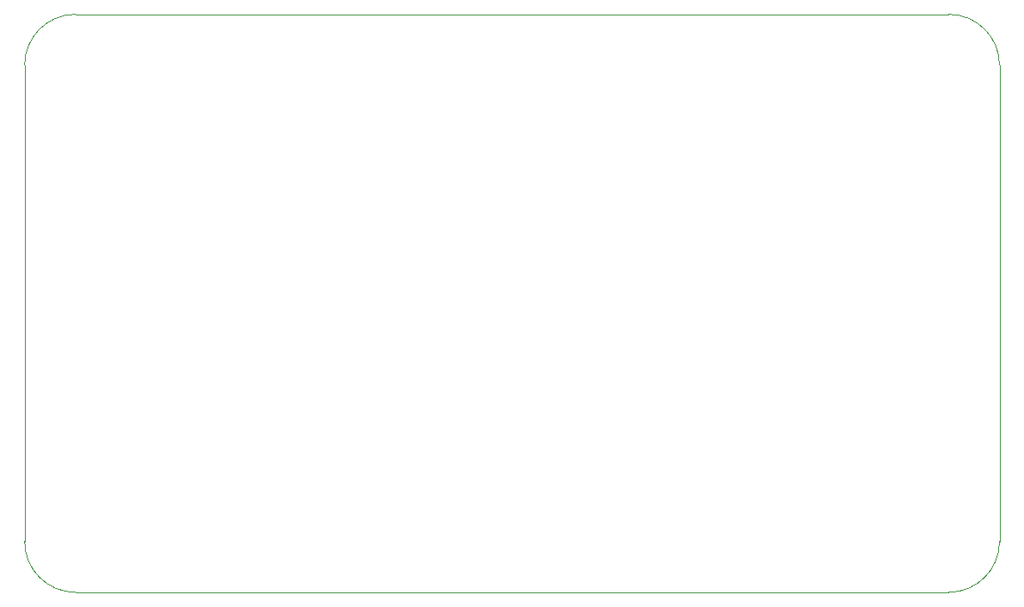
<source format=gbr>
%TF.GenerationSoftware,KiCad,Pcbnew,9.0.7*%
%TF.CreationDate,2026-01-13T18:02:55-06:00*%
%TF.ProjectId,ActivePrecharge RevB,41637469-7665-4507-9265-636861726765,rev?*%
%TF.SameCoordinates,Original*%
%TF.FileFunction,Profile,NP*%
%FSLAX46Y46*%
G04 Gerber Fmt 4.6, Leading zero omitted, Abs format (unit mm)*
G04 Created by KiCad (PCBNEW 9.0.7) date 2026-01-13 18:02:55*
%MOMM*%
%LPD*%
G01*
G04 APERTURE LIST*
%TA.AperFunction,Profile*%
%ADD10C,0.050000*%
%TD*%
G04 APERTURE END LIST*
D10*
X115000000Y-128500000D02*
G75*
G02*
X110000000Y-123500000I0J5000000D01*
G01*
X115000000Y-71500000D02*
X201000000Y-71500000D01*
X201000000Y-71500000D02*
G75*
G02*
X206000000Y-76500000I0J-5000000D01*
G01*
X206000000Y-123500000D02*
G75*
G02*
X201000000Y-128500000I-5000000J0D01*
G01*
X110000000Y-76500000D02*
G75*
G02*
X115000000Y-71500000I5000000J0D01*
G01*
X206000000Y-76500000D02*
X206000000Y-123500000D01*
X110000000Y-123500000D02*
X110000000Y-76500000D01*
X201000000Y-128500000D02*
X115000000Y-128500000D01*
M02*

</source>
